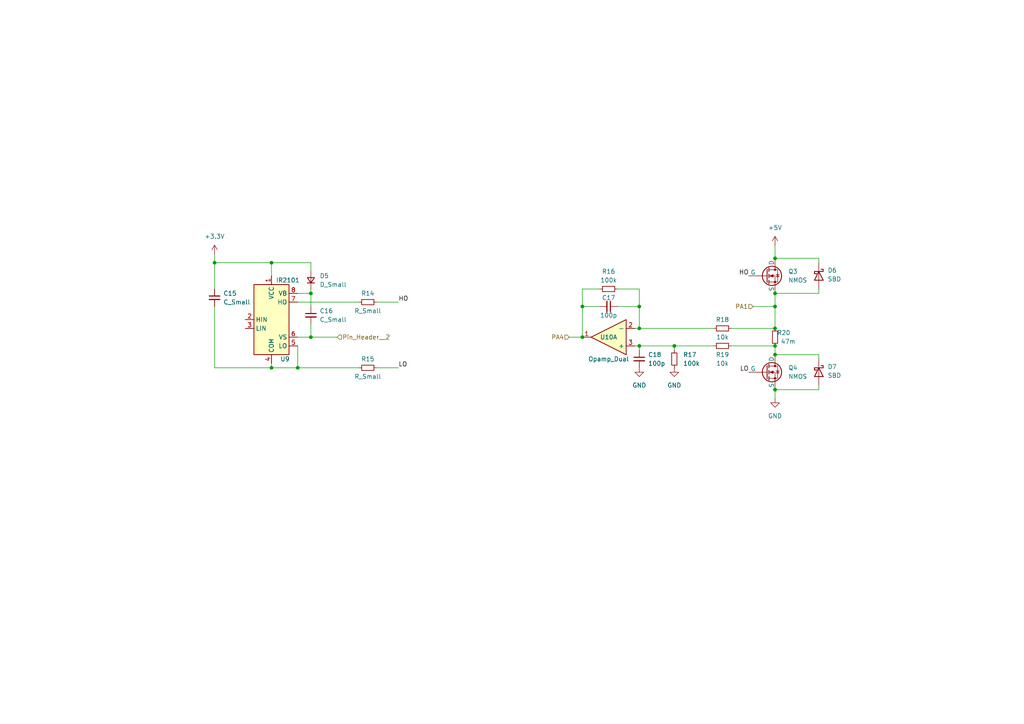
<source format=kicad_sch>
(kicad_sch (version 20230121) (generator eeschema)
  (paper "A4")
  (title_block (title "Gate To Fet 2") (date "2024-09-19") (rev "1"))
  (lib_symbols
    (symbol "Device:C_Small" (pin_numbers hide) (pin_names (offset 0.254) hide)
      (property "Reference" "C" (at 0.254 1.778 0))
      (property "Value" "C_Small" (at 0.254 -2.032 0))
      (symbol "C_Small_0_1"
        (polyline (pts (xy -1.524 -0.508) (xy 1.524 -0.508)) (stroke (width 0.3302)))
        (polyline (pts (xy -1.524 0.508) (xy 1.524 0.508)) (stroke (width 0.3048)))
      )
      (symbol "C_Small_1_1"
        (pin passive line (at 0 2.54 270) (length 2.032) (name "~") (number "1"))
        (pin passive line (at 0 -2.54 90) (length 2.032) (name "~") (number "2"))
      )
    )
    (symbol "Device:D_Small" (pin_numbers hide) (pin_names (offset 0.254) hide)
      (property "Reference" "D" (at -1.27 2.032 0))
      (property "Value" "D_Small" (at -3.81 -2.032 0))
      (symbol "D_Small_0_1"
        (polyline (pts (xy -0.762 -1.016) (xy -0.762 1.016)) (stroke (width 0.254)))
        (polyline (pts (xy -0.762 0) (xy 0.762 0)))
        (polyline (pts (xy 0.762 -1.016) (xy -0.762 0) (xy 0.762 1.016) (xy 0.762 -1.016)) (stroke (width 0.254)))
      )
      (symbol "D_Small_1_1"
        (pin passive line (at -2.54 0 0) (length 1.778) (name "K") (number "1"))
        (pin passive line (at 2.54 0 180) (length 1.778) (name "A") (number "2"))
      )
    )
    (symbol "Device:Opamp_Dual"
      (property "Reference" "U" (at 0 5.08 0))
      (property "Value" "Opamp_Dual" (at 0 -5.08 0))
      (symbol "Opamp_Dual_1_1"
        (polyline (pts (xy -5.08 5.08) (xy 5.08 0) (xy -5.08 -5.08) (xy -5.08 5.08)) (stroke (width 0.254)) (fill (type background)))
        (pin output line (at 7.62 0 180) (length 2.54) (name "~") (number "1"))
        (pin input line (at -7.62 -2.54 0) (length 2.54) (name "-") (number "2"))
        (pin input line (at -7.62 2.54 0) (length 2.54) (name "+") (number "3"))
      )
      (symbol "Opamp_Dual_2_1"
        (polyline (pts (xy -5.08 5.08) (xy 5.08 0) (xy -5.08 -5.08) (xy -5.08 5.08)) (stroke (width 0.254)) (fill (type background)))
        (pin input line (at -7.62 2.54 0) (length 2.54) (name "+") (number "5"))
        (pin input line (at -7.62 -2.54 0) (length 2.54) (name "-") (number "6"))
        (pin output line (at 7.62 0 180) (length 2.54) (name "~") (number "7"))
      )
      (symbol "Opamp_Dual_3_1"
        (pin power_in line (at -2.54 -7.62 90) (length 3.81) (name "V-") (number "4"))
        (pin power_in line (at -2.54 7.62 270) (length 3.81) (name "V+") (number "8"))
      )
    )
    (symbol "Device:R_Small" (pin_numbers hide) (pin_names (offset 0.254) hide)
      (property "Reference" "R" (at 0.762 0.508 0))
      (property "Value" "R_Small" (at 0.762 -1.016 0))
      (symbol "R_Small_0_1"
        (rectangle (start -0.762 1.778) (end 0.762 -1.778) (stroke (width 0.2032)))
      )
      (symbol "R_Small_1_1"
        (pin passive line (at 0 2.54 270) (length 0.762) (name "~") (number "1"))
        (pin passive line (at 0 -2.54 90) (length 0.762) (name "~") (number "2"))
      )
    )
    (symbol "Diode:B150-E3" (pin_numbers hide) (pin_names hide)
      (property "Reference" "D" (at 0 2.54 0))
      (property "Value" "B150-E3" (at 0 -2.54 0))
      (symbol "B150-E3_0_1"
        (polyline (pts (xy 1.27 0) (xy -1.27 0)))
        (polyline (pts (xy 1.27 1.27) (xy 1.27 -1.27) (xy -1.27 0) (xy 1.27 1.27)) (stroke (width 0.254)))
        (polyline (pts (xy -1.905 0.635) (xy -1.905 1.27) (xy -1.27 1.27) (xy -1.27 -1.27) (xy -0.635 -1.27) (xy -0.635 -0.635)) (stroke (width 0.254)))
      )
      (symbol "B150-E3_1_1"
        (pin passive line (at -3.81 0 0) (length 2.54) (name "K") (number "1"))
        (pin passive line (at 3.81 0 180) (length 2.54) (name "A") (number "2"))
      )
    )
    (symbol "Driver_FET:IR2101"
      (property "Reference" "U" (at 1.27 13.335 0))
      (property "Value" "IR2101" (at 1.27 11.43 0))
      (symbol "IR2101_0_1"
        (rectangle (start -5.08 -10.16) (end 5.08 10.16) (stroke (width 0.254)) (fill (type background)))
      )
      (symbol "IR2101_1_1"
        (pin power_in line (at 0 12.7 270) (length 2.54) (name "VCC") (number "1"))
        (pin input line (at -7.62 0 0) (length 2.54) (name "HIN") (number "2"))
        (pin input line (at -7.62 -2.54 0) (length 2.54) (name "LIN") (number "3"))
        (pin power_in line (at 0 -12.7 90) (length 2.54) (name "COM") (number "4"))
        (pin output line (at 7.62 -7.62 180) (length 2.54) (name "LO") (number "5"))
        (pin passive line (at 7.62 -5.08 180) (length 2.54) (name "VS") (number "6"))
        (pin output line (at 7.62 5.08 180) (length 2.54) (name "HO") (number "7"))
        (pin passive line (at 7.62 7.62 180) (length 2.54) (name "VB") (number "8"))
      )
    )
    (symbol "Simulation_SPICE:NMOS" (pin_numbers hide) (pin_names (offset 0))
      (property "Reference" "Q" (at 5.08 1.27 0))
      (property "Value" "NMOS" (at 5.08 -1.27 0))
      (symbol "NMOS_0_1"
        (polyline (pts (xy 0.254 0) (xy -2.54 0)))
        (polyline (pts (xy 0.254 1.905) (xy 0.254 -1.905)) (stroke (width 0.254)))
        (polyline (pts (xy 0.762 -1.27) (xy 0.762 -2.286)) (stroke (width 0.254)))
        (polyline (pts (xy 0.762 0.508) (xy 0.762 -0.508)) (stroke (width 0.254)))
        (polyline (pts (xy 0.762 2.286) (xy 0.762 1.27)) (stroke (width 0.254)))
        (polyline (pts (xy 2.54 2.54) (xy 2.54 1.778)))
        (polyline (pts (xy 2.54 -2.54) (xy 2.54 0) (xy 0.762 0)))
        (polyline (pts (xy 0.762 -1.778) (xy 3.302 -1.778) (xy 3.302 1.778) (xy 0.762 1.778)))
        (polyline (pts (xy 1.016 0) (xy 2.032 0.381) (xy 2.032 -0.381) (xy 1.016 0)) (fill (type outline)))
        (polyline (pts (xy 2.794 0.508) (xy 2.921 0.381) (xy 3.683 0.381) (xy 3.81 0.254)))
        (polyline (pts (xy 3.302 0.381) (xy 2.921 -0.254) (xy 3.683 -0.254) (xy 3.302 0.381)))
        (circle (center 1.651 0) (radius 2.794) (stroke (width 0.254)))
        (circle (center 2.54 -1.778) (radius 0.254) (fill (type outline)))
        (circle (center 2.54 1.778) (radius 0.254) (fill (type outline)))
      )
      (symbol "NMOS_1_1"
        (pin passive line (at 2.54 5.08 270) (length 2.54) (name "D") (number "1"))
        (pin input line (at -5.08 0 0) (length 2.54) (name "G") (number "2"))
        (pin passive line (at 2.54 -5.08 90) (length 2.54) (name "S") (number "3"))
      )
    )
    (symbol "power:+3.3V" (power) (pin_names (offset 0))
      (property "Value" "+3.3V" (at 0 3.556 0))
      (symbol "+3.3V_0_1"
        (polyline (pts (xy -0.762 1.27) (xy 0 2.54)))
        (polyline (pts (xy 0 0) (xy 0 2.54)))
        (polyline (pts (xy 0 2.54) (xy 0.762 1.27)))
      )
      (symbol "+3.3V_1_1"
        (pin power_in line (at 0 0 90) (length 0) hide (name "+3.3V") (number "1"))
      )
    )
    (symbol "power:+5V" (power) (pin_names (offset 0))
      (property "Value" "+5V" (at 0 3.556 0))
      (symbol "+5V_0_1"
        (polyline (pts (xy -0.762 1.27) (xy 0 2.54)))
        (polyline (pts (xy 0 0) (xy 0 2.54)))
        (polyline (pts (xy 0 2.54) (xy 0.762 1.27)))
      )
      (symbol "+5V_1_1"
        (pin power_in line (at 0 0 90) (length 0) hide (name "+5V") (number "1"))
      )
    )
    (symbol "power:GND" (power) (pin_names (offset 0))
      (property "Value" "GND" (at 0 -3.81 0))
      (symbol "GND_0_1"
        (polyline (pts (xy 0 0) (xy 0 -1.27) (xy 1.27 -1.27) (xy 0 -2.54) (xy -1.27 -1.27) (xy 0 -1.27)))
      )
      (symbol "GND_1_1"
        (pin power_in line (at 0 0 270) (length 0) hide (name "GND") (number "1"))
      )
    )
  )
  (junction (at 90.17 97.79))
  (junction (at 185.42 88.9))
  (junction (at 185.42 95.25))
  (junction (at 224.79 100.33))
  (junction (at 90.17 85.09))
  (junction (at 224.79 88.9))
  (junction (at 86.36 106.68))
  (junction (at 62.23 76.2))
  (junction (at 224.79 113.03))
  (junction (at 78.74 106.68))
  (junction (at 224.79 102.87))
  (junction (at 195.58 100.33))
  (junction (at 224.79 85.09))
  (junction (at 168.91 88.9))
  (junction (at 185.42 100.33))
  (junction (at 224.79 74.93))
  (junction (at 224.79 95.25))
  (junction (at 78.74 76.2))
  (junction (at 168.91 97.79))
  (wire (pts (xy 224.79 88.9) (xy 224.79 95.25)))
  (wire (pts (xy 78.74 76.2) (xy 78.74 80.01)))
  (wire (pts (xy 184.15 100.33) (xy 185.42 100.33)))
  (wire (pts (xy 212.09 100.33) (xy 224.79 100.33)))
  (wire (pts (xy 185.42 83.82) (xy 185.42 88.9)))
  (wire (pts (xy 168.91 88.9) (xy 173.99 88.9)))
  (wire (pts (xy 86.36 100.33) (xy 86.36 106.68)))
  (wire (pts (xy 218.44 88.9) (xy 224.79 88.9)))
  (wire (pts (xy 78.74 105.41) (xy 78.74 106.68)))
  (wire (pts (xy 224.79 85.09) (xy 237.49 85.09)))
  (wire (pts (xy 62.23 76.2) (xy 62.23 83.82)))
  (wire (pts (xy 224.79 85.09) (xy 224.79 88.9)))
  (wire (pts (xy 195.58 100.33) (xy 207.01 100.33)))
  (wire (pts (xy 109.22 106.68) (xy 115.57 106.68)))
  (wire (pts (xy 90.17 83.82) (xy 90.17 85.09)))
  (wire (pts (xy 62.23 76.2) (xy 78.74 76.2)))
  (wire (pts (xy 78.74 106.68) (xy 86.36 106.68)))
  (wire (pts (xy 195.58 100.33) (xy 195.58 101.6)))
  (wire (pts (xy 179.07 88.9) (xy 185.42 88.9)))
  (wire (pts (xy 237.49 102.87) (xy 237.49 104.14)))
  (wire (pts (xy 109.22 87.63) (xy 115.57 87.63)))
  (wire (pts (xy 224.79 113.03) (xy 237.49 113.03)))
  (wire (pts (xy 185.42 88.9) (xy 185.42 95.25)))
  (wire (pts (xy 224.79 100.33) (xy 224.79 102.87)))
  (wire (pts (xy 62.23 73.66) (xy 62.23 76.2)))
  (wire (pts (xy 224.79 113.03) (xy 224.79 115.57)))
  (wire (pts (xy 90.17 85.09) (xy 90.17 88.9)))
  (wire (pts (xy 90.17 97.79) (xy 86.36 97.79)))
  (wire (pts (xy 90.17 93.98) (xy 90.17 97.79)))
  (wire (pts (xy 86.36 85.09) (xy 90.17 85.09)))
  (wire (pts (xy 237.49 85.09) (xy 237.49 83.82)))
  (wire (pts (xy 78.74 106.68) (xy 62.23 106.68)))
  (wire (pts (xy 173.99 83.82) (xy 168.91 83.82)))
  (wire (pts (xy 185.42 100.33) (xy 195.58 100.33)))
  (wire (pts (xy 224.79 71.12) (xy 224.79 74.93)))
  (wire (pts (xy 62.23 106.68) (xy 62.23 88.9)))
  (wire (pts (xy 237.49 74.93) (xy 237.49 76.2)))
  (wire (pts (xy 86.36 106.68) (xy 104.14 106.68)))
  (wire (pts (xy 179.07 83.82) (xy 185.42 83.82)))
  (wire (pts (xy 90.17 76.2) (xy 90.17 78.74)))
  (wire (pts (xy 212.09 95.25) (xy 224.79 95.25)))
  (wire (pts (xy 97.79 97.79) (xy 90.17 97.79)))
  (wire (pts (xy 168.91 88.9) (xy 168.91 97.79)))
  (wire (pts (xy 185.42 100.33) (xy 185.42 101.6)))
  (wire (pts (xy 185.42 95.25) (xy 207.01 95.25)))
  (wire (pts (xy 184.15 95.25) (xy 185.42 95.25)))
  (wire (pts (xy 224.79 74.93) (xy 237.49 74.93)))
  (wire (pts (xy 237.49 113.03) (xy 237.49 111.76)))
  (wire (pts (xy 86.36 87.63) (xy 104.14 87.63)))
  (wire (pts (xy 224.79 102.87) (xy 237.49 102.87)))
  (wire (pts (xy 165.1 97.79) (xy 168.91 97.79)))
  (wire (pts (xy 78.74 76.2) (xy 90.17 76.2)))
  (wire (pts (xy 168.91 83.82) (xy 168.91 88.9)))
  (label "LO" (at 217.17 107.95 180))
  (label "HO" (at 217.17 80.01 180))
  (label "HO" (at 115.57 87.63 0))
  (label "LO" (at 115.57 106.68 0))
  (hierarchical_label "PA1" (shape input) (at 218.44 88.9 180))
  (hierarchical_label "Pin_Header__2" (shape input) (at 97.79 97.79 0))
  (hierarchical_label "PA4" (shape input) (at 165.1 97.79 180))
  (symbol (lib_id "Simulation_SPICE:NMOS") (at 222.25 80.01 0) (unit 1)
    (property "Reference" "Q3" (at 228.6 78.74 0) (effects (justify left)))
    (property "Value" "NMOS" (at 228.6 81.28 0) (effects (justify left)))
    (property "Datasheet" "https://ngspice.sourceforge.io/docs/ngspice-manual.pdf" (effects hide))
    (property "Sim.Device" "NMOS" (effects hide))
    (property "Sim.Type" "VDMOS" (effects hide))
    (property "Sim.Pins" "1=D 2=G 3=S" (effects hide))
  )
  (symbol (lib_id "power:GND") (at 185.42 106.68 0) (unit 1)
    (property "Reference" "#PWR025" (effects hide))
    (property "Value" "GND" (at 185.42 111.76 0))
  )
  (symbol (lib_id "power:GND") (at 224.79 115.57 0) (unit 1)
    (property "Reference" "#PWR028" (effects hide))
    (property "Value" "GND" (at 224.79 120.65 0))
  )
  (symbol (lib_id "Device:C_Small") (at 185.42 104.14 0) (unit 1)
    (property "Reference" "C18" (at 187.96 102.8763 0) (effects (justify left)))
    (property "Value" "100p" (at 187.96 105.4163 0) (effects (justify left)))
  )
  (symbol (lib_id "Diode:B150-E3") (at 237.49 80.01 270) (unit 1)
    (property "Reference" "D6" (at 240.03 78.4225 90) (effects (justify left)))
    (property "Value" "SBD" (at 240.03 80.9625 90) (effects (justify left)))
    (property "Footprint" "Diode_SMD:D_SMA" (effects hide))
    (property "Datasheet" "http://www.vishay.com/docs/88946/b120.pdf" (effects hide))
  )
  (symbol (lib_id "Device:R_Small") (at 195.58 104.14 180) (unit 1)
    (property "Reference" "R17" (at 198.12 102.87 0) (effects (justify right)))
    (property "Value" "100k" (at 198.12 105.41 0) (effects (justify right)))
  )
  (symbol (lib_id "Driver_FET:IR2101") (at 78.74 92.71 0) (unit 1)
    (property "Reference" "U9" (at 81.28 104.14 0) (effects (justify left)))
    (property "Value" "IR2101" (at 80.01 81.28 0) (effects (justify left)))
    (property "Datasheet" "https://www.infineon.com/dgdl/ir2101.pdf?fileId=5546d462533600a4015355c7a755166c" (effects hide))
  )
  (symbol (lib_id "Device:C_Small") (at 176.53 88.9 270) (unit 1)
    (property "Reference" "C17" (at 176.53 86.36 90))
    (property "Value" "100p" (at 176.53 91.44 90))
  )
  (symbol (lib_id "power:+3.3V") (at 62.23 73.66 0) (unit 1)
    (property "Reference" "#PWR024" (effects hide))
    (property "Value" "+3.3V" (at 62.23 68.58 0))
  )
  (symbol (lib_id "Diode:B150-E3") (at 237.49 107.95 270) (unit 1)
    (property "Reference" "D7" (at 240.03 106.3625 90) (effects (justify left)))
    (property "Value" "SBD" (at 240.03 108.9025 90) (effects (justify left)))
    (property "Footprint" "Diode_SMD:D_SMA" (effects hide))
    (property "Datasheet" "http://www.vishay.com/docs/88946/b120.pdf" (effects hide))
  )
  (symbol (lib_id "Device:R_Small") (at 176.53 83.82 270) (unit 1)
    (property "Reference" "R16" (at 176.53 78.74 90))
    (property "Value" "100k" (at 176.53 81.28 90))
  )
  (symbol (lib_id "Device:R_Small") (at 106.68 106.68 90) (unit 1)
    (property "Reference" "R15" (at 106.68 104.14 90))
    (property "Value" "R_Small" (at 106.68 109.22 90))
  )
  (symbol (lib_id "Device:R_Small") (at 106.68 87.63 90) (unit 1)
    (property "Reference" "R14" (at 106.68 85.09 90))
    (property "Value" "R_Small" (at 106.68 90.17 90))
  )
  (symbol (lib_id "power:GND") (at 195.58 106.68 0) (unit 1)
    (property "Reference" "#PWR026" (effects hide))
    (property "Value" "GND" (at 195.58 111.76 0))
  )
  (symbol (lib_id "power:+5V") (at 224.79 71.12 0) (unit 1)
    (property "Reference" "#PWR027" (effects hide))
    (property "Value" "+5V" (at 224.79 66.04 0))
  )
  (symbol (lib_id "Device:D_Small") (at 90.17 81.28 90) (unit 1)
    (property "Reference" "D5" (at 92.71 80.01 90) (effects (justify right)))
    (property "Value" "D_Small" (at 92.71 82.55 90) (effects (justify right)))
    (property "Sim.Device" "D" (effects hide))
    (property "Sim.Pins" "1=K 2=A" (effects hide))
  )
  (symbol (lib_id "Device:R_Small") (at 209.55 95.25 90) (unit 1)
    (property "Reference" "R18" (at 209.55 92.71 90))
    (property "Value" "10k" (at 209.55 97.79 90))
  )
  (symbol (lib_id "Device:C_Small") (at 90.17 91.44 0) (unit 1)
    (property "Reference" "C16" (at 92.71 90.1763 0) (effects (justify left)))
    (property "Value" "C_Small" (at 92.71 92.7163 0) (effects (justify left)))
  )
  (symbol (lib_id "Device:R_Small") (at 209.55 100.33 90) (unit 1)
    (property "Reference" "R19" (at 209.55 102.87 90))
    (property "Value" "10k" (at 209.55 105.41 90))
  )
  (symbol (lib_id "Device:R_Small") (at 224.79 97.79 180) (unit 1)
    (property "Reference" "R20" (at 227.33 96.52 0))
    (property "Value" "47m" (at 228.6 99.06 0))
  )
  (symbol (lib_id "Device:Opamp_Dual") (at 176.53 97.79 180) (unit 1)
    (property "Reference" "U10" (at 176.53 97.79 0))
    (property "Value" "Opamp_Dual" (at 176.53 104.14 0))
    (property "Sim.Library" "${KICAD7_SYMBOL_DIR}/Simulation_SPICE.sp" (effects hide))
    (property "Sim.Name" "kicad_builtin_opamp_dual" (effects hide))
    (property "Sim.Device" "SUBCKT" (effects hide))
    (property "Sim.Pins" "1=out1 2=in1- 3=in1+ 4=vee 5=in2+ 6=in2- 7=out2 8=vcc" (effects hide))
  )
  (symbol (lib_id "Device:C_Small") (at 62.23 86.36 0) (unit 1)
    (property "Reference" "C15" (at 64.77 85.0963 0) (effects (justify left)))
    (property "Value" "C_Small" (at 64.77 87.6363 0) (effects (justify left)))
  )
  (symbol (lib_id "Simulation_SPICE:NMOS") (at 222.25 107.95 0) (unit 1)
    (property "Reference" "Q4" (at 228.6 106.68 0) (effects (justify left)))
    (property "Value" "NMOS" (at 228.6 109.22 0) (effects (justify left)))
    (property "Datasheet" "https://ngspice.sourceforge.io/docs/ngspice-manual.pdf" (effects hide))
    (property "Sim.Device" "NMOS" (effects hide))
    (property "Sim.Type" "VDMOS" (effects hide))
    (property "Sim.Pins" "1=D 2=G 3=S" (effects hide))
  )
)
</source>
